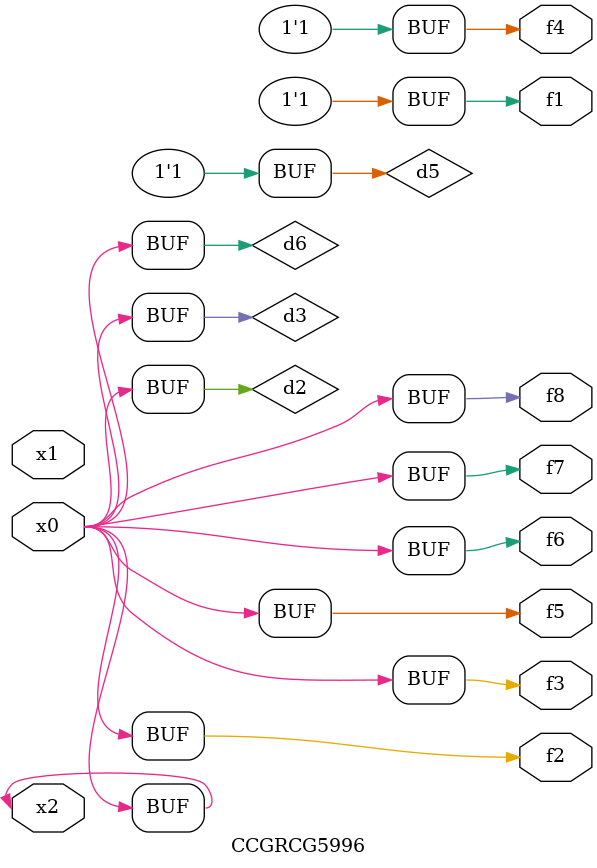
<source format=v>
module CCGRCG5996(
	input x0, x1, x2,
	output f1, f2, f3, f4, f5, f6, f7, f8
);

	wire d1, d2, d3, d4, d5, d6;

	xnor (d1, x2);
	buf (d2, x0, x2);
	and (d3, x0);
	xnor (d4, x1, x2);
	nand (d5, d1, d3);
	buf (d6, d2, d3);
	assign f1 = d5;
	assign f2 = d6;
	assign f3 = d6;
	assign f4 = d5;
	assign f5 = d6;
	assign f6 = d6;
	assign f7 = d6;
	assign f8 = d6;
endmodule

</source>
